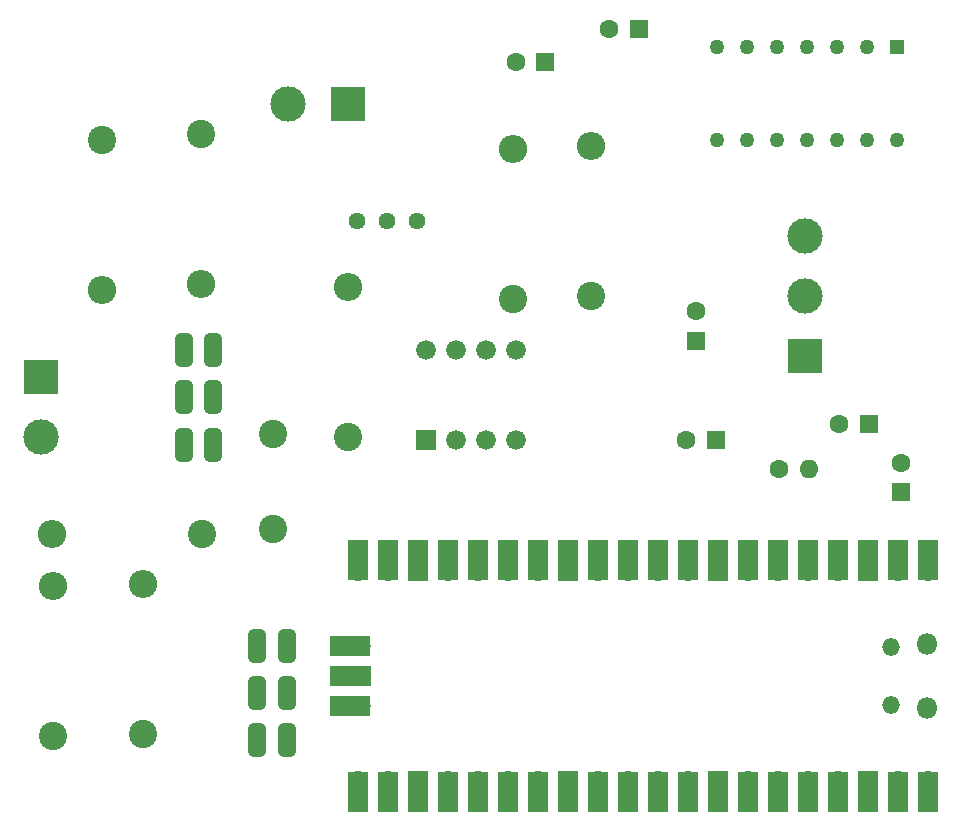
<source format=gbr>
%TF.GenerationSoftware,KiCad,Pcbnew,7.0.6*%
%TF.CreationDate,2023-07-14T20:33:36-05:00*%
%TF.ProjectId,RTD,5254442e-6b69-4636-9164-5f7063625858,rev?*%
%TF.SameCoordinates,Original*%
%TF.FileFunction,Soldermask,Bot*%
%TF.FilePolarity,Negative*%
%FSLAX46Y46*%
G04 Gerber Fmt 4.6, Leading zero omitted, Abs format (unit mm)*
G04 Created by KiCad (PCBNEW 7.0.6) date 2023-07-14 20:33:36*
%MOMM*%
%LPD*%
G01*
G04 APERTURE LIST*
G04 Aperture macros list*
%AMRoundRect*
0 Rectangle with rounded corners*
0 $1 Rounding radius*
0 $2 $3 $4 $5 $6 $7 $8 $9 X,Y pos of 4 corners*
0 Add a 4 corners polygon primitive as box body*
4,1,4,$2,$3,$4,$5,$6,$7,$8,$9,$2,$3,0*
0 Add four circle primitives for the rounded corners*
1,1,$1+$1,$2,$3*
1,1,$1+$1,$4,$5*
1,1,$1+$1,$6,$7*
1,1,$1+$1,$8,$9*
0 Add four rect primitives between the rounded corners*
20,1,$1+$1,$2,$3,$4,$5,0*
20,1,$1+$1,$4,$5,$6,$7,0*
20,1,$1+$1,$6,$7,$8,$9,0*
20,1,$1+$1,$8,$9,$2,$3,0*%
G04 Aperture macros list end*
%ADD10C,2.400000*%
%ADD11O,2.400000X2.400000*%
%ADD12R,3.000000X3.000000*%
%ADD13C,3.000000*%
%ADD14R,1.676400X1.676400*%
%ADD15C,1.676400*%
%ADD16R,1.600000X1.600000*%
%ADD17C,1.600000*%
%ADD18RoundRect,0.375000X0.375000X-1.025000X0.375000X1.025000X-0.375000X1.025000X-0.375000X-1.025000X0*%
%ADD19RoundRect,0.375000X-0.375000X1.025000X-0.375000X-1.025000X0.375000X-1.025000X0.375000X1.025000X0*%
%ADD20O,1.600000X1.600000*%
%ADD21C,1.440000*%
%ADD22R,1.170000X1.170000*%
%ADD23C,1.270000*%
%ADD24O,1.800000X1.800000*%
%ADD25O,1.500000X1.500000*%
%ADD26O,1.700000X1.700000*%
%ADD27R,1.700000X3.500000*%
%ADD28R,1.700000X1.700000*%
%ADD29R,3.500000X1.700000*%
G04 APERTURE END LIST*
D10*
%TO.C,R9*%
X100000000Y-112180000D03*
D11*
X100000000Y-99480000D03*
%TD*%
D12*
%TO.C,J3*%
X124968000Y-58674000D03*
D13*
X119888000Y-58674000D03*
%TD*%
D12*
%TO.C,J2*%
X163690000Y-79990000D03*
D13*
X163690000Y-74910000D03*
X163690000Y-69830000D03*
%TD*%
D14*
%TO.C,U1*%
X131572000Y-87122000D03*
D15*
X134112000Y-87122000D03*
X136652000Y-87122000D03*
X139192000Y-87122000D03*
X139192000Y-79502000D03*
X136652000Y-79502000D03*
X134112000Y-79502000D03*
X131572000Y-79502000D03*
%TD*%
D16*
%TO.C,C6*%
X156145113Y-87122000D03*
D17*
X153645113Y-87122000D03*
%TD*%
D10*
%TO.C,R2*%
X112522000Y-61214000D03*
D11*
X112522000Y-73914000D03*
%TD*%
D10*
%TO.C,R7*%
X107650000Y-112030000D03*
D11*
X107650000Y-99330000D03*
%TD*%
D12*
%TO.C,J1*%
X98982050Y-81812000D03*
D13*
X98982050Y-86892000D03*
%TD*%
D10*
%TO.C,R3*%
X124968000Y-86868000D03*
D11*
X124968000Y-74168000D03*
%TD*%
D18*
%TO.C,SW1*%
X113582050Y-79502000D03*
X113582050Y-83502000D03*
D19*
X113582050Y-87502000D03*
D18*
X111082050Y-79502000D03*
X111082050Y-83502000D03*
X111082050Y-87502000D03*
%TD*%
D17*
%TO.C,R8*%
X161500000Y-89550000D03*
D20*
X164040000Y-89550000D03*
%TD*%
D16*
%TO.C,C2*%
X169080000Y-85730000D03*
D17*
X166580000Y-85730000D03*
%TD*%
D16*
%TO.C,C1*%
X149606000Y-52324000D03*
D17*
X147106000Y-52324000D03*
%TD*%
D21*
%TO.C,RV1*%
X125730000Y-68580000D03*
X128270000Y-68580000D03*
X130810000Y-68580000D03*
%TD*%
D10*
%TO.C,R6*%
X112680000Y-95090000D03*
D11*
X99980000Y-95090000D03*
%TD*%
D16*
%TO.C,C3*%
X141692000Y-55118000D03*
D17*
X139192000Y-55118000D03*
%TD*%
D16*
%TO.C,C4*%
X154432000Y-78700000D03*
D17*
X154432000Y-76200000D03*
%TD*%
D10*
%TO.C,R4*%
X145542000Y-74930000D03*
D11*
X145542000Y-62230000D03*
%TD*%
D22*
%TO.C,U2*%
X171460000Y-53802500D03*
D23*
X168920000Y-53802500D03*
X166380000Y-53802500D03*
X163840000Y-53802500D03*
X161300000Y-53802500D03*
X158760000Y-53802500D03*
X156220000Y-53802500D03*
X156220000Y-61742500D03*
X158760000Y-61742500D03*
X161300000Y-61742500D03*
X163840000Y-61742500D03*
X166380000Y-61742500D03*
X168920000Y-61742500D03*
X171460000Y-61742500D03*
%TD*%
D10*
%TO.C,R5*%
X138938000Y-75184000D03*
D11*
X138938000Y-62484000D03*
%TD*%
D10*
%TO.C,JP1*%
X118618000Y-86614000D03*
X118618000Y-94614000D03*
%TD*%
D18*
%TO.C,SW2*%
X117330000Y-112520000D03*
X117330000Y-108520000D03*
X117330000Y-104520000D03*
D19*
X119830000Y-112520000D03*
D18*
X119830000Y-108520000D03*
X119830000Y-104520000D03*
%TD*%
D10*
%TO.C,R1*%
X104140000Y-61722000D03*
D11*
X104140000Y-74422000D03*
%TD*%
D16*
%TO.C,C5*%
X171820000Y-91550000D03*
D17*
X171820000Y-89050000D03*
%TD*%
D24*
%TO.C,U3*%
X173990000Y-109805000D03*
D25*
X170960000Y-109505000D03*
X170960000Y-104655000D03*
D24*
X173990000Y-104355000D03*
D26*
X174120000Y-115970000D03*
D27*
X174120000Y-116870000D03*
D26*
X171580000Y-115970000D03*
D27*
X171580000Y-116870000D03*
D28*
X169040000Y-115970000D03*
D27*
X169040000Y-116870000D03*
D26*
X166500000Y-115970000D03*
D27*
X166500000Y-116870000D03*
D26*
X163960000Y-115970000D03*
D27*
X163960000Y-116870000D03*
D26*
X161420000Y-115970000D03*
D27*
X161420000Y-116870000D03*
D26*
X158880000Y-115970000D03*
D27*
X158880000Y-116870000D03*
D28*
X156340000Y-115970000D03*
D27*
X156340000Y-116870000D03*
D26*
X153800000Y-115970000D03*
D27*
X153800000Y-116870000D03*
D26*
X151260000Y-115970000D03*
D27*
X151260000Y-116870000D03*
D26*
X148720000Y-115970000D03*
D27*
X148720000Y-116870000D03*
D26*
X146180000Y-115970000D03*
D27*
X146180000Y-116870000D03*
D28*
X143640000Y-115970000D03*
D27*
X143640000Y-116870000D03*
D26*
X141100000Y-115970000D03*
D27*
X141100000Y-116870000D03*
D26*
X138560000Y-115970000D03*
D27*
X138560000Y-116870000D03*
D26*
X136020000Y-115970000D03*
D27*
X136020000Y-116870000D03*
D26*
X133480000Y-115970000D03*
D27*
X133480000Y-116870000D03*
D28*
X130940000Y-115970000D03*
D27*
X130940000Y-116870000D03*
D26*
X128400000Y-115970000D03*
D27*
X128400000Y-116870000D03*
D26*
X125860000Y-115970000D03*
D27*
X125860000Y-116870000D03*
D26*
X125860000Y-98190000D03*
D27*
X125860000Y-97290000D03*
D26*
X128400000Y-98190000D03*
D27*
X128400000Y-97290000D03*
D28*
X130940000Y-98190000D03*
D27*
X130940000Y-97290000D03*
D26*
X133480000Y-98190000D03*
D27*
X133480000Y-97290000D03*
D26*
X136020000Y-98190000D03*
D27*
X136020000Y-97290000D03*
D26*
X138560000Y-98190000D03*
D27*
X138560000Y-97290000D03*
D26*
X141100000Y-98190000D03*
D27*
X141100000Y-97290000D03*
D28*
X143640000Y-98190000D03*
D27*
X143640000Y-97290000D03*
D26*
X146180000Y-98190000D03*
D27*
X146180000Y-97290000D03*
D26*
X148720000Y-98190000D03*
D27*
X148720000Y-97290000D03*
D26*
X151260000Y-98190000D03*
D27*
X151260000Y-97290000D03*
D26*
X153800000Y-98190000D03*
D27*
X153800000Y-97290000D03*
D28*
X156340000Y-98190000D03*
D27*
X156340000Y-97290000D03*
D26*
X158880000Y-98190000D03*
D27*
X158880000Y-97290000D03*
D26*
X161420000Y-98190000D03*
D27*
X161420000Y-97290000D03*
D26*
X163960000Y-98190000D03*
D27*
X163960000Y-97290000D03*
D26*
X166500000Y-98190000D03*
D27*
X166500000Y-97290000D03*
D28*
X169040000Y-98190000D03*
D27*
X169040000Y-97290000D03*
D26*
X171580000Y-98190000D03*
D27*
X171580000Y-97290000D03*
D26*
X174120000Y-98190000D03*
D27*
X174120000Y-97290000D03*
D26*
X126090000Y-109620000D03*
D29*
X125190000Y-109620000D03*
D28*
X126090000Y-107080000D03*
D29*
X125190000Y-107080000D03*
D26*
X126090000Y-104540000D03*
D29*
X125190000Y-104540000D03*
%TD*%
M02*

</source>
